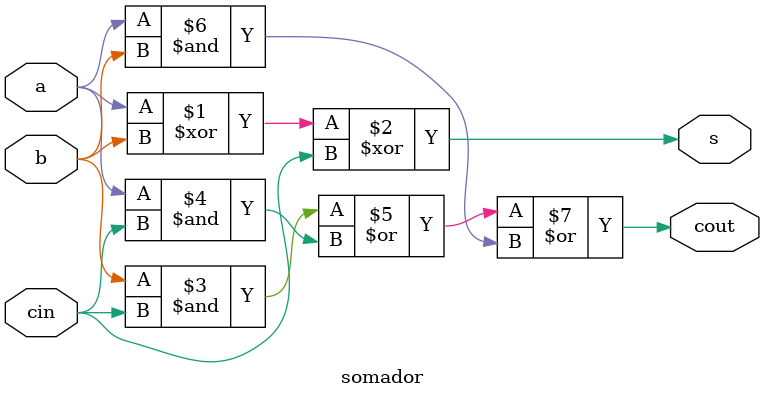
<source format=sv>
module somador(a,b,cin,cout,s);
	input logic a,b,cin;
	output logic cout, s;
	
	assign s = a^b^cin;
	assign cout = (b&cin) | (a&cin) | (a&b);
endmodule
</source>
